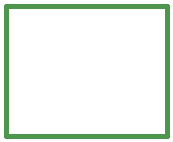
<source format=gbr>
G04 (created by PCBNEW (2013-01-21 BZR 3918)-testing) date Wed 23 Jan 2013 07:37:05 PM CET*
%MOIN*%
G04 Gerber Fmt 3.4, Leading zero omitted, Abs format*
%FSLAX34Y34*%
G01*
G70*
G90*
G04 APERTURE LIST*
%ADD10C,0.00393701*%
%ADD11C,0.015*%
G04 APERTURE END LIST*
G54D10*
G54D11*
X53750Y-41850D02*
X53750Y-37500D01*
X59100Y-37500D02*
X59100Y-41850D01*
X53750Y-37500D02*
X59100Y-37500D01*
X53750Y-41850D02*
X59100Y-41850D01*
M02*

</source>
